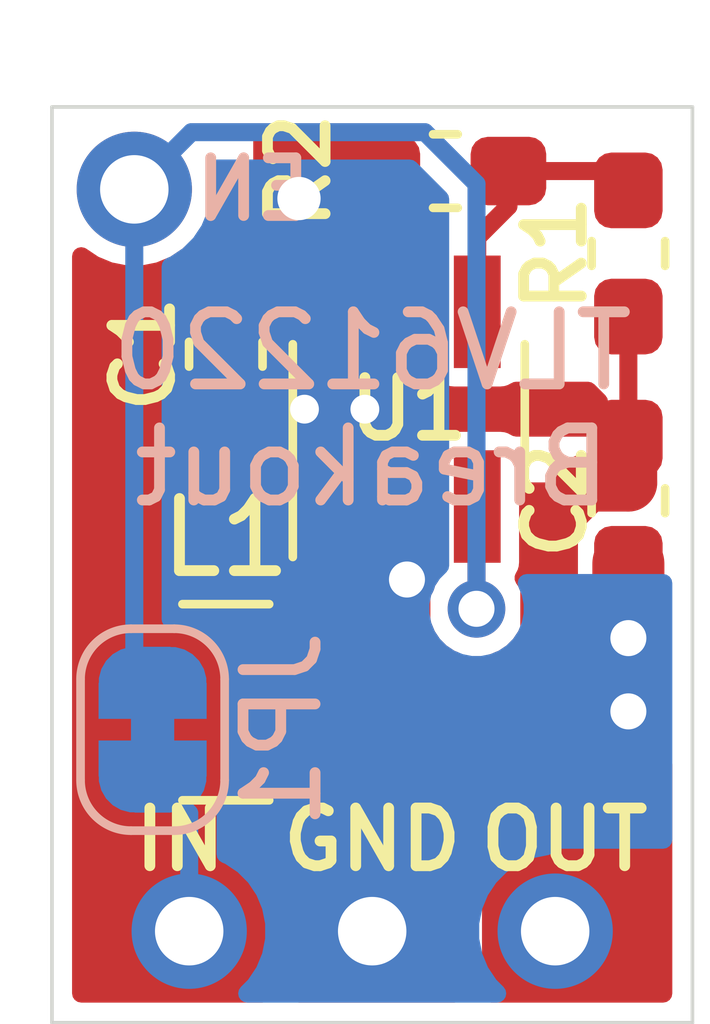
<source format=kicad_pcb>
(kicad_pcb (version 20171130) (host pcbnew "(5.1.5)-3")

  (general
    (thickness 1.6)
    (drawings 9)
    (tracks 55)
    (zones 0)
    (modules 9)
    (nets 7)
  )

  (page A4)
  (layers
    (0 F.Cu signal)
    (31 B.Cu signal)
    (32 B.Adhes user)
    (33 F.Adhes user)
    (34 B.Paste user)
    (35 F.Paste user)
    (36 B.SilkS user)
    (37 F.SilkS user)
    (38 B.Mask user)
    (39 F.Mask user)
    (40 Dwgs.User user)
    (41 Cmts.User user)
    (42 Eco1.User user)
    (43 Eco2.User user)
    (44 Edge.Cuts user)
    (45 Margin user)
    (46 B.CrtYd user)
    (47 F.CrtYd user)
    (48 B.Fab user)
    (49 F.Fab user)
  )

  (setup
    (last_trace_width 0.25)
    (trace_clearance 0.2)
    (zone_clearance 0.254)
    (zone_45_only no)
    (trace_min 0.2)
    (via_size 0.8)
    (via_drill 0.4)
    (via_min_size 0.4)
    (via_min_drill 0.3)
    (uvia_size 0.3)
    (uvia_drill 0.1)
    (uvias_allowed no)
    (uvia_min_size 0.2)
    (uvia_min_drill 0.1)
    (edge_width 0.05)
    (segment_width 0.2)
    (pcb_text_width 0.3)
    (pcb_text_size 1.5 1.5)
    (mod_edge_width 0.12)
    (mod_text_size 1 1)
    (mod_text_width 0.15)
    (pad_size 1.524 1.524)
    (pad_drill 0.762)
    (pad_to_mask_clearance 0.051)
    (solder_mask_min_width 0.25)
    (aux_axis_origin 134.62 109.22)
    (grid_origin 134.62 109.22)
    (visible_elements 7FFDF7FF)
    (pcbplotparams
      (layerselection 0x010fc_ffffffff)
      (usegerberextensions true)
      (usegerberattributes false)
      (usegerberadvancedattributes false)
      (creategerberjobfile false)
      (excludeedgelayer true)
      (linewidth 0.100000)
      (plotframeref false)
      (viasonmask false)
      (mode 1)
      (useauxorigin false)
      (hpglpennumber 1)
      (hpglpenspeed 20)
      (hpglpendiameter 15.000000)
      (psnegative false)
      (psa4output false)
      (plotreference true)
      (plotvalue true)
      (plotinvisibletext false)
      (padsonsilk false)
      (subtractmaskfromsilk true)
      (outputformat 1)
      (mirror false)
      (drillshape 0)
      (scaleselection 1)
      (outputdirectory "gerber/"))
  )

  (net 0 "")
  (net 1 GND)
  (net 2 VIN)
  (net 3 VOUT)
  (net 4 "Net-(L1-Pad2)")
  (net 5 "Net-(R1-Pad2)")
  (net 6 EN)

  (net_class Default "これはデフォルトのネット クラスです。"
    (clearance 0.2)
    (trace_width 0.25)
    (via_dia 0.8)
    (via_drill 0.4)
    (uvia_dia 0.3)
    (uvia_drill 0.1)
    (add_net EN)
    (add_net GND)
    (add_net "Net-(L1-Pad2)")
    (add_net "Net-(R1-Pad2)")
    (add_net VIN)
    (add_net VOUT)
  )

  (module Jumper:SolderJumper-2_P1.3mm_Bridged_RoundedPad1.0x1.5mm (layer B.Cu) (tedit 5C745284) (tstamp 5EB5600E)
    (at 136.017 105.156 90)
    (descr "SMD Solder Jumper, 1x1.5mm, rounded Pads, 0.3mm gap, bridged with 1 copper strip")
    (tags "solder jumper open")
    (path /5EB56E60)
    (attr virtual)
    (fp_text reference JP1 (at 0 1.8 90) (layer B.SilkS)
      (effects (font (size 1 1) (thickness 0.15)) (justify mirror))
    )
    (fp_text value SolderJumper_2_Bridged (at 0 -1.9 90) (layer B.Fab)
      (effects (font (size 1 1) (thickness 0.15)) (justify mirror))
    )
    (fp_poly (pts (xy 0.25 0.3) (xy -0.25 0.3) (xy -0.25 -0.3) (xy 0.25 -0.3)) (layer B.Cu) (width 0))
    (fp_line (start 1.65 -1.25) (end -1.65 -1.25) (layer B.CrtYd) (width 0.05))
    (fp_line (start 1.65 -1.25) (end 1.65 1.25) (layer B.CrtYd) (width 0.05))
    (fp_line (start -1.65 1.25) (end -1.65 -1.25) (layer B.CrtYd) (width 0.05))
    (fp_line (start -1.65 1.25) (end 1.65 1.25) (layer B.CrtYd) (width 0.05))
    (fp_line (start -0.7 1) (end 0.7 1) (layer B.SilkS) (width 0.12))
    (fp_line (start 1.4 0.3) (end 1.4 -0.3) (layer B.SilkS) (width 0.12))
    (fp_line (start 0.7 -1) (end -0.7 -1) (layer B.SilkS) (width 0.12))
    (fp_line (start -1.4 -0.3) (end -1.4 0.3) (layer B.SilkS) (width 0.12))
    (fp_arc (start -0.7 0.3) (end -0.7 1) (angle 90) (layer B.SilkS) (width 0.12))
    (fp_arc (start -0.7 -0.3) (end -1.4 -0.3) (angle 90) (layer B.SilkS) (width 0.12))
    (fp_arc (start 0.7 -0.3) (end 0.7 -1) (angle 90) (layer B.SilkS) (width 0.12))
    (fp_arc (start 0.7 0.3) (end 1.4 0.3) (angle 90) (layer B.SilkS) (width 0.12))
    (pad 1 smd custom (at -0.65 0 90) (size 1 0.5) (layers B.Cu B.Mask)
      (net 2 VIN) (zone_connect 2)
      (options (clearance outline) (anchor rect))
      (primitives
        (gr_circle (center 0 -0.25) (end 0.5 -0.25) (width 0))
        (gr_circle (center 0 0.25) (end 0.5 0.25) (width 0))
        (gr_poly (pts
           (xy 0 0.75) (xy 0.5 0.75) (xy 0.5 -0.75) (xy 0 -0.75)) (width 0))
      ))
    (pad 2 smd custom (at 0.65 0 90) (size 1 0.5) (layers B.Cu B.Mask)
      (net 6 EN) (zone_connect 2)
      (options (clearance outline) (anchor rect))
      (primitives
        (gr_circle (center 0 -0.25) (end 0.5 -0.25) (width 0))
        (gr_circle (center 0 0.25) (end 0.5 0.25) (width 0))
        (gr_poly (pts
           (xy 0 0.75) (xy -0.5 0.75) (xy -0.5 -0.75) (xy 0 -0.75)) (width 0))
      ))
  )

  (module footprints:Connector_2.54mm_03 (layer F.Cu) (tedit 5EB63FEA) (tstamp 5EB176A3)
    (at 136.525 107.95 90)
    (path /5EB195A8)
    (fp_text reference J1 (at 0 -1.778 90) (layer F.Fab)
      (effects (font (size 1 1) (thickness 0.15)))
    )
    (fp_text value Conn_01x03 (at 0 -3.302 90) (layer F.Fab) hide
      (effects (font (size 1 1) (thickness 0.15)))
    )
    (pad 3 thru_hole circle (at 0 5.08 90) (size 1.6 1.6) (drill 0.95) (layers *.Cu *.Mask)
      (net 3 VOUT))
    (pad 2 thru_hole circle (at 0 2.54 90) (size 1.6 1.6) (drill 0.95) (layers *.Cu *.Mask)
      (net 1 GND))
    (pad 1 thru_hole circle (at 0 0 90) (size 1.6 1.6) (drill 0.95) (layers *.Cu *.Mask)
      (net 2 VIN))
  )

  (module footprints:Connector_2.54mm_01 (layer F.Cu) (tedit 5EB63F94) (tstamp 5EB560B2)
    (at 135.763 97.663)
    (path /5EB624AF)
    (fp_text reference J2 (at 0 -1.778) (layer F.Fab)
      (effects (font (size 1 1) (thickness 0.15)))
    )
    (fp_text value Conn_01x01 (at 0 -3.302) (layer F.Fab) hide
      (effects (font (size 1 1) (thickness 0.15)))
    )
    (pad 1 thru_hole circle (at 0 0) (size 1.6 1.6) (drill 0.95) (layers *.Cu *.Mask)
      (net 6 EN))
  )

  (module Inductor_SMD:L_1210_3225Metric (layer F.Cu) (tedit 5B301BBE) (tstamp 5EB5674F)
    (at 137.033 104.775)
    (descr "Inductor SMD 1210 (3225 Metric), square (rectangular) end terminal, IPC_7351 nominal, (Body size source: http://www.tortai-tech.com/upload/download/2011102023233369053.pdf), generated with kicad-footprint-generator")
    (tags inductor)
    (path /5EB104B2)
    (attr smd)
    (fp_text reference L1 (at 0 -2.28) (layer F.SilkS)
      (effects (font (size 1 1) (thickness 0.15)))
    )
    (fp_text value 4.7uH (at 0 2.28) (layer F.Fab)
      (effects (font (size 1 1) (thickness 0.15)))
    )
    (fp_text user %R (at 0 0) (layer F.Fab)
      (effects (font (size 0.8 0.8) (thickness 0.12)))
    )
    (fp_line (start 2.28 1.58) (end -2.28 1.58) (layer F.CrtYd) (width 0.05))
    (fp_line (start 2.28 -1.58) (end 2.28 1.58) (layer F.CrtYd) (width 0.05))
    (fp_line (start -2.28 -1.58) (end 2.28 -1.58) (layer F.CrtYd) (width 0.05))
    (fp_line (start -2.28 1.58) (end -2.28 -1.58) (layer F.CrtYd) (width 0.05))
    (fp_line (start -0.602064 1.36) (end 0.602064 1.36) (layer F.SilkS) (width 0.12))
    (fp_line (start -0.602064 -1.36) (end 0.602064 -1.36) (layer F.SilkS) (width 0.12))
    (fp_line (start 1.6 1.25) (end -1.6 1.25) (layer F.Fab) (width 0.1))
    (fp_line (start 1.6 -1.25) (end 1.6 1.25) (layer F.Fab) (width 0.1))
    (fp_line (start -1.6 -1.25) (end 1.6 -1.25) (layer F.Fab) (width 0.1))
    (fp_line (start -1.6 1.25) (end -1.6 -1.25) (layer F.Fab) (width 0.1))
    (pad 2 smd roundrect (at 1.4 0) (size 1.25 2.65) (layers F.Cu F.Paste F.Mask) (roundrect_rratio 0.2)
      (net 4 "Net-(L1-Pad2)"))
    (pad 1 smd roundrect (at -1.4 0) (size 1.25 2.65) (layers F.Cu F.Paste F.Mask) (roundrect_rratio 0.2)
      (net 2 VIN))
    (model ${KISYS3DMOD}/Inductor_SMD.3dshapes/L_1210_3225Metric.wrl
      (at (xyz 0 0 0))
      (scale (xyz 1 1 1))
      (rotate (xyz 0 0 0))
    )
  )

  (module Package_TO_SOT_SMD:SOT-23-6_Handsoldering (layer F.Cu) (tedit 5A02FF57) (tstamp 5EB1FBE4)
    (at 139.573 100.711 90)
    (descr "6-pin SOT-23 package, Handsoldering")
    (tags "SOT-23-6 Handsoldering")
    (path /5EB1A6A3)
    (attr smd)
    (fp_text reference U1 (at 0 0 180) (layer F.SilkS)
      (effects (font (size 0.8 0.8) (thickness 0.15)))
    )
    (fp_text value TLV61220 (at 0 2.9 90) (layer F.Fab)
      (effects (font (size 1 1) (thickness 0.15)))
    )
    (fp_line (start 0.9 -1.55) (end 0.9 1.55) (layer F.Fab) (width 0.1))
    (fp_line (start 0.9 1.55) (end -0.9 1.55) (layer F.Fab) (width 0.1))
    (fp_line (start -0.9 -0.9) (end -0.9 1.55) (layer F.Fab) (width 0.1))
    (fp_line (start 0.9 -1.55) (end -0.25 -1.55) (layer F.Fab) (width 0.1))
    (fp_line (start -0.9 -0.9) (end -0.25 -1.55) (layer F.Fab) (width 0.1))
    (fp_line (start -2.4 -1.8) (end 2.4 -1.8) (layer F.CrtYd) (width 0.05))
    (fp_line (start 2.4 -1.8) (end 2.4 1.8) (layer F.CrtYd) (width 0.05))
    (fp_line (start 2.4 1.8) (end -2.4 1.8) (layer F.CrtYd) (width 0.05))
    (fp_line (start -2.4 1.8) (end -2.4 -1.8) (layer F.CrtYd) (width 0.05))
    (fp_line (start 0.9 -1.61) (end -2.05 -1.61) (layer F.SilkS) (width 0.12))
    (fp_line (start -0.9 1.61) (end 0.9 1.61) (layer F.SilkS) (width 0.12))
    (fp_text user %R (at 0 0) (layer F.Fab)
      (effects (font (size 0.5 0.5) (thickness 0.075)))
    )
    (pad 5 smd rect (at 1.35 0 90) (size 1.56 0.65) (layers F.Cu F.Paste F.Mask)
      (net 3 VOUT))
    (pad 6 smd rect (at 1.35 -0.95 90) (size 1.56 0.65) (layers F.Cu F.Paste F.Mask)
      (net 2 VIN))
    (pad 4 smd rect (at 1.35 0.95 90) (size 1.56 0.65) (layers F.Cu F.Paste F.Mask)
      (net 5 "Net-(R1-Pad2)"))
    (pad 3 smd rect (at -1.35 0.95 90) (size 1.56 0.65) (layers F.Cu F.Paste F.Mask)
      (net 6 EN))
    (pad 2 smd rect (at -1.35 0 90) (size 1.56 0.65) (layers F.Cu F.Paste F.Mask)
      (net 1 GND))
    (pad 1 smd rect (at -1.35 -0.95 90) (size 1.56 0.65) (layers F.Cu F.Paste F.Mask)
      (net 4 "Net-(L1-Pad2)"))
    (model ${KISYS3DMOD}/Package_TO_SOT_SMD.3dshapes/SOT-23-6.wrl
      (at (xyz 0 0 0))
      (scale (xyz 1 1 1))
      (rotate (xyz 0 0 0))
    )
  )

  (module Resistor_SMD:R_0603_1608Metric_Pad1.05x0.95mm_HandSolder (layer F.Cu) (tedit 5B301BBD) (tstamp 5EB2126D)
    (at 140.081 97.409 180)
    (descr "Resistor SMD 0603 (1608 Metric), square (rectangular) end terminal, IPC_7351 nominal with elongated pad for handsoldering. (Body size source: http://www.tortai-tech.com/upload/download/2011102023233369053.pdf), generated with kicad-footprint-generator")
    (tags "resistor handsolder")
    (path /5EB1160B)
    (attr smd)
    (fp_text reference R2 (at 2.032 0 270) (layer F.SilkS)
      (effects (font (size 0.8 0.8) (thickness 0.15)))
    )
    (fp_text value R (at 0 1.43) (layer F.Fab)
      (effects (font (size 1 1) (thickness 0.15)))
    )
    (fp_text user %R (at 0 0) (layer F.Fab)
      (effects (font (size 0.4 0.4) (thickness 0.06)))
    )
    (fp_line (start 1.65 0.73) (end -1.65 0.73) (layer F.CrtYd) (width 0.05))
    (fp_line (start 1.65 -0.73) (end 1.65 0.73) (layer F.CrtYd) (width 0.05))
    (fp_line (start -1.65 -0.73) (end 1.65 -0.73) (layer F.CrtYd) (width 0.05))
    (fp_line (start -1.65 0.73) (end -1.65 -0.73) (layer F.CrtYd) (width 0.05))
    (fp_line (start -0.171267 0.51) (end 0.171267 0.51) (layer F.SilkS) (width 0.12))
    (fp_line (start -0.171267 -0.51) (end 0.171267 -0.51) (layer F.SilkS) (width 0.12))
    (fp_line (start 0.8 0.4) (end -0.8 0.4) (layer F.Fab) (width 0.1))
    (fp_line (start 0.8 -0.4) (end 0.8 0.4) (layer F.Fab) (width 0.1))
    (fp_line (start -0.8 -0.4) (end 0.8 -0.4) (layer F.Fab) (width 0.1))
    (fp_line (start -0.8 0.4) (end -0.8 -0.4) (layer F.Fab) (width 0.1))
    (pad 2 smd roundrect (at 0.875 0 180) (size 1.05 0.95) (layers F.Cu F.Paste F.Mask) (roundrect_rratio 0.25)
      (net 1 GND))
    (pad 1 smd roundrect (at -0.875 0 180) (size 1.05 0.95) (layers F.Cu F.Paste F.Mask) (roundrect_rratio 0.25)
      (net 5 "Net-(R1-Pad2)"))
    (model ${KISYS3DMOD}/Resistor_SMD.3dshapes/R_0603_1608Metric.wrl
      (at (xyz 0 0 0))
      (scale (xyz 1 1 1))
      (rotate (xyz 0 0 0))
    )
  )

  (module Resistor_SMD:R_0603_1608Metric_Pad1.05x0.95mm_HandSolder (layer F.Cu) (tedit 5B301BBD) (tstamp 5EB1650C)
    (at 142.621 98.552 90)
    (descr "Resistor SMD 0603 (1608 Metric), square (rectangular) end terminal, IPC_7351 nominal with elongated pad for handsoldering. (Body size source: http://www.tortai-tech.com/upload/download/2011102023233369053.pdf), generated with kicad-footprint-generator")
    (tags "resistor handsolder")
    (path /5EB10D65)
    (attr smd)
    (fp_text reference R1 (at 0 -1.016 270) (layer F.SilkS)
      (effects (font (size 0.8 0.8) (thickness 0.15)))
    )
    (fp_text value 1M (at 0 1.43 90) (layer F.Fab)
      (effects (font (size 1 1) (thickness 0.15)))
    )
    (fp_line (start -0.8 0.4) (end -0.8 -0.4) (layer F.Fab) (width 0.1))
    (fp_line (start -0.8 -0.4) (end 0.8 -0.4) (layer F.Fab) (width 0.1))
    (fp_line (start 0.8 -0.4) (end 0.8 0.4) (layer F.Fab) (width 0.1))
    (fp_line (start 0.8 0.4) (end -0.8 0.4) (layer F.Fab) (width 0.1))
    (fp_line (start -0.171267 -0.51) (end 0.171267 -0.51) (layer F.SilkS) (width 0.12))
    (fp_line (start -0.171267 0.51) (end 0.171267 0.51) (layer F.SilkS) (width 0.12))
    (fp_line (start -1.65 0.73) (end -1.65 -0.73) (layer F.CrtYd) (width 0.05))
    (fp_line (start -1.65 -0.73) (end 1.65 -0.73) (layer F.CrtYd) (width 0.05))
    (fp_line (start 1.65 -0.73) (end 1.65 0.73) (layer F.CrtYd) (width 0.05))
    (fp_line (start 1.65 0.73) (end -1.65 0.73) (layer F.CrtYd) (width 0.05))
    (fp_text user %R (at 0 0 90) (layer F.Fab)
      (effects (font (size 0.4 0.4) (thickness 0.06)))
    )
    (pad 1 smd roundrect (at -0.875 0 90) (size 1.05 0.95) (layers F.Cu F.Paste F.Mask) (roundrect_rratio 0.25)
      (net 3 VOUT))
    (pad 2 smd roundrect (at 0.875 0 90) (size 1.05 0.95) (layers F.Cu F.Paste F.Mask) (roundrect_rratio 0.25)
      (net 5 "Net-(R1-Pad2)"))
    (model ${KISYS3DMOD}/Resistor_SMD.3dshapes/R_0603_1608Metric.wrl
      (at (xyz 0 0 0))
      (scale (xyz 1 1 1))
      (rotate (xyz 0 0 0))
    )
  )

  (module Capacitor_SMD:C_0603_1608Metric_Pad1.05x0.95mm_HandSolder (layer F.Cu) (tedit 5B301BBE) (tstamp 5EB169FD)
    (at 142.621 101.981 270)
    (descr "Capacitor SMD 0603 (1608 Metric), square (rectangular) end terminal, IPC_7351 nominal with elongated pad for handsoldering. (Body size source: http://www.tortai-tech.com/upload/download/2011102023233369053.pdf), generated with kicad-footprint-generator")
    (tags "capacitor handsolder")
    (path /5EB11C12)
    (attr smd)
    (fp_text reference C2 (at 0 1.016 90 unlocked) (layer F.SilkS)
      (effects (font (size 0.8 0.8) (thickness 0.15)))
    )
    (fp_text value 10uF (at 0 1.43 90) (layer F.Fab)
      (effects (font (size 1 1) (thickness 0.15)))
    )
    (fp_text user %R (at 0 0 90) (layer F.Fab)
      (effects (font (size 0.4 0.4) (thickness 0.06)))
    )
    (fp_line (start 1.65 0.73) (end -1.65 0.73) (layer F.CrtYd) (width 0.05))
    (fp_line (start 1.65 -0.73) (end 1.65 0.73) (layer F.CrtYd) (width 0.05))
    (fp_line (start -1.65 -0.73) (end 1.65 -0.73) (layer F.CrtYd) (width 0.05))
    (fp_line (start -1.65 0.73) (end -1.65 -0.73) (layer F.CrtYd) (width 0.05))
    (fp_line (start -0.171267 0.51) (end 0.171267 0.51) (layer F.SilkS) (width 0.12))
    (fp_line (start -0.171267 -0.51) (end 0.171267 -0.51) (layer F.SilkS) (width 0.12))
    (fp_line (start 0.8 0.4) (end -0.8 0.4) (layer F.Fab) (width 0.1))
    (fp_line (start 0.8 -0.4) (end 0.8 0.4) (layer F.Fab) (width 0.1))
    (fp_line (start -0.8 -0.4) (end 0.8 -0.4) (layer F.Fab) (width 0.1))
    (fp_line (start -0.8 0.4) (end -0.8 -0.4) (layer F.Fab) (width 0.1))
    (pad 2 smd roundrect (at 0.875 0 270) (size 1.05 0.95) (layers F.Cu F.Paste F.Mask) (roundrect_rratio 0.25)
      (net 1 GND))
    (pad 1 smd roundrect (at -0.875 0 270) (size 1.05 0.95) (layers F.Cu F.Paste F.Mask) (roundrect_rratio 0.25)
      (net 3 VOUT))
    (model ${KISYS3DMOD}/Capacitor_SMD.3dshapes/C_0603_1608Metric.wrl
      (at (xyz 0 0 0))
      (scale (xyz 1 1 1))
      (rotate (xyz 0 0 0))
    )
  )

  (module Capacitor_SMD:C_0603_1608Metric_Pad1.05x0.95mm_HandSolder (layer F.Cu) (tedit 5B301BBE) (tstamp 5EB218FD)
    (at 137.033 99.949 270)
    (descr "Capacitor SMD 0603 (1608 Metric), square (rectangular) end terminal, IPC_7351 nominal with elongated pad for handsoldering. (Body size source: http://www.tortai-tech.com/upload/download/2011102023233369053.pdf), generated with kicad-footprint-generator")
    (tags "capacitor handsolder")
    (path /5EB0FE64)
    (attr smd)
    (fp_text reference C1 (at 0 1.143 90) (layer F.SilkS)
      (effects (font (size 0.8 0.8) (thickness 0.15)))
    )
    (fp_text value 10uF (at 0 1.43 90) (layer F.Fab)
      (effects (font (size 1 1) (thickness 0.15)))
    )
    (fp_text user %R (at 0 0 90) (layer F.Fab)
      (effects (font (size 0.4 0.4) (thickness 0.06)))
    )
    (fp_line (start 1.65 0.73) (end -1.65 0.73) (layer F.CrtYd) (width 0.05))
    (fp_line (start 1.65 -0.73) (end 1.65 0.73) (layer F.CrtYd) (width 0.05))
    (fp_line (start -1.65 -0.73) (end 1.65 -0.73) (layer F.CrtYd) (width 0.05))
    (fp_line (start -1.65 0.73) (end -1.65 -0.73) (layer F.CrtYd) (width 0.05))
    (fp_line (start -0.171267 0.51) (end 0.171267 0.51) (layer F.SilkS) (width 0.12))
    (fp_line (start -0.171267 -0.51) (end 0.171267 -0.51) (layer F.SilkS) (width 0.12))
    (fp_line (start 0.8 0.4) (end -0.8 0.4) (layer F.Fab) (width 0.1))
    (fp_line (start 0.8 -0.4) (end 0.8 0.4) (layer F.Fab) (width 0.1))
    (fp_line (start -0.8 -0.4) (end 0.8 -0.4) (layer F.Fab) (width 0.1))
    (fp_line (start -0.8 0.4) (end -0.8 -0.4) (layer F.Fab) (width 0.1))
    (pad 2 smd roundrect (at 0.875 0 270) (size 1.05 0.95) (layers F.Cu F.Paste F.Mask) (roundrect_rratio 0.25)
      (net 1 GND))
    (pad 1 smd roundrect (at -0.875 0 270) (size 1.05 0.95) (layers F.Cu F.Paste F.Mask) (roundrect_rratio 0.25)
      (net 2 VIN))
    (model ${KISYS3DMOD}/Capacitor_SMD.3dshapes/C_0603_1608Metric.wrl
      (at (xyz 0 0 0))
      (scale (xyz 1 1 1))
      (rotate (xyz 0 0 0))
    )
  )

  (gr_text EN (at 137.414 97.663) (layer B.SilkS)
    (effects (font (size 0.8 0.8) (thickness 0.15)) (justify mirror))
  )
  (gr_text "TLV61220\nBreakout" (at 139.065 100.711) (layer B.SilkS) (tstamp 5EB569AC)
    (effects (font (size 1 1) (thickness 0.15)) (justify mirror))
  )
  (gr_line (start 134.62 109.22) (end 143.51 109.22) (layer Edge.Cuts) (width 0.05))
  (gr_text OUT (at 141.732 106.68) (layer F.SilkS) (tstamp 5EB2D4EC)
    (effects (font (size 0.8 0.8) (thickness 0.15)))
  )
  (gr_text GND (at 139.065 106.68) (layer F.SilkS)
    (effects (font (size 0.8 0.8) (thickness 0.15)))
  )
  (gr_text IN (at 136.398 106.68) (layer F.SilkS)
    (effects (font (size 0.8 0.8) (thickness 0.15)))
  )
  (gr_line (start 143.51 96.52) (end 143.51 109.22) (layer Edge.Cuts) (width 0.05) (tstamp 5EB20E19))
  (gr_line (start 134.62 96.52) (end 143.51 96.52) (layer Edge.Cuts) (width 0.05))
  (gr_line (start 134.62 109.22) (end 134.62 96.52) (layer Edge.Cuts) (width 0.05))

  (via (at 138.9634 100.711) (size 0.7) (drill 0.4) (layers F.Cu B.Cu) (net 1) (tstamp 5EB3F5B5))
  (via (at 138.1252 100.711) (size 0.7) (drill 0.4) (layers F.Cu B.Cu) (net 1) (tstamp 5EB6385B))
  (via (at 138.049 97.79) (size 1) (drill 0.6) (layers F.Cu B.Cu) (net 1) (tstamp 5EB2C939))
  (segment (start 139.256002 100.824) (end 137.033 100.824) (width 0.45) (layer F.Cu) (net 1) (status 20))
  (segment (start 139.573 102.061) (end 139.573 101.140998) (width 0.45) (layer F.Cu) (net 1) (status 10))
  (segment (start 139.573 101.140998) (end 139.256002 100.824) (width 0.45) (layer F.Cu) (net 1))
  (via (at 142.621 104.902) (size 1) (drill 0.5) (layers F.Cu B.Cu) (net 1))
  (via (at 142.621 103.886) (size 1) (drill 0.5) (layers F.Cu B.Cu) (net 1))
  (segment (start 139.573 106.239919) (end 139.573 102.061) (width 0.6) (layer F.Cu) (net 1) (status 20))
  (segment (start 139.065 106.747919) (end 139.573 106.239919) (width 0.6) (layer F.Cu) (net 1))
  (segment (start 139.065 107.95) (end 139.065 106.747919) (width 0.6) (layer F.Cu) (net 1) (status 10))
  (segment (start 142.621 102.856) (end 142.621 103.886) (width 1) (layer F.Cu) (net 1) (status 10))
  (segment (start 142.621 103.886) (end 142.621 104.902) (width 1) (layer F.Cu) (net 1))
  (via (at 139.5476 103.0732) (size 0.8) (drill 0.5) (layers F.Cu B.Cu) (net 1) (tstamp 5EB3FF04))
  (segment (start 137.033 99.074) (end 137.682 99.074) (width 1) (layer F.Cu) (net 2) (status 10))
  (segment (start 137.969 99.361) (end 138.256 99.361) (width 1) (layer F.Cu) (net 2))
  (segment (start 137.682 99.074) (end 137.969 99.361) (width 1) (layer F.Cu) (net 2))
  (segment (start 135.633 107.058) (end 136.525 107.95) (width 1) (layer F.Cu) (net 2) (status 20))
  (segment (start 135.633 104.775) (end 135.633 107.058) (width 1) (layer F.Cu) (net 2) (status 10))
  (segment (start 136.558 99.074) (end 137.033 99.074) (width 1) (layer F.Cu) (net 2) (status 30))
  (segment (start 135.633 99.999) (end 136.558 99.074) (width 1) (layer F.Cu) (net 2) (status 20))
  (segment (start 135.633 104.775) (end 135.633 99.999) (width 1) (layer F.Cu) (net 2) (status 10))
  (segment (start 136.525 107.4674) (end 136.525 107.95) (width 0.25) (layer B.Cu) (net 2) (status 30))
  (segment (start 136.525 106.314) (end 136.017 105.806) (width 0.25) (layer B.Cu) (net 2) (status 20))
  (segment (start 136.525 107.95) (end 136.525 106.314) (width 0.25) (layer B.Cu) (net 2) (status 10))
  (segment (start 142.621 99.427) (end 142.621 101.106) (width 0.25) (layer F.Cu) (net 3) (status 30))
  (segment (start 139.573 100.221746) (end 139.573 99.361) (width 0.45) (layer F.Cu) (net 3) (status 20))
  (segment (start 140.081 100.711) (end 139.573 100.221746) (width 0.45) (layer F.Cu) (net 3))
  (segment (start 142.621 101.106) (end 142.381 101.106) (width 0.45) (layer F.Cu) (net 3) (status 30))
  (segment (start 142.381 101.106) (end 141.986 100.711) (width 0.45) (layer F.Cu) (net 3) (status 10))
  (segment (start 141.605 106.112919) (end 141.571041 106.078959) (width 0.8) (layer F.Cu) (net 3))
  (segment (start 141.605 107.315) (end 141.605 106.112919) (width 0.8) (layer F.Cu) (net 3) (status 10))
  (segment (start 142.621 101.73099) (end 142.621 101.106) (width 0.8) (layer F.Cu) (net 3) (status 20))
  (segment (start 142.03659 101.73099) (end 142.621 101.73099) (width 0.8) (layer F.Cu) (net 3))
  (segment (start 141.986 100.711) (end 140.081 100.711) (width 0.45) (layer F.Cu) (net 3))
  (segment (start 141.520999 102.246581) (end 142.03659 101.73099) (width 0.8) (layer F.Cu) (net 3))
  (segment (start 141.520999 106.028918) (end 141.520999 102.246581) (width 0.8) (layer F.Cu) (net 3))
  (segment (start 141.571041 106.078959) (end 141.520999 106.028918) (width 0.8) (layer F.Cu) (net 3) (tstamp 5EB3FCFD))
  (segment (start 138.623 104.585) (end 138.433 104.775) (width 0.6) (layer F.Cu) (net 4) (status 30))
  (segment (start 138.623 102.061) (end 138.623 104.585) (width 0.6) (layer F.Cu) (net 4) (status 30))
  (segment (start 140.956 97.898) (end 140.956 97.409) (width 0.25) (layer F.Cu) (net 5) (status 20))
  (segment (start 140.523 99.361) (end 140.523 98.331) (width 0.25) (layer F.Cu) (net 5) (status 10))
  (segment (start 140.523 98.331) (end 140.956 97.898) (width 0.25) (layer F.Cu) (net 5))
  (segment (start 142.353 97.409) (end 142.621 97.677) (width 0.25) (layer F.Cu) (net 5) (status 30))
  (segment (start 140.956 97.409) (end 142.353 97.409) (width 0.25) (layer F.Cu) (net 5) (status 30))
  (via (at 140.5128 103.4796) (size 0.8) (drill 0.5) (layers F.Cu B.Cu) (net 6))
  (segment (start 140.5128 103.4796) (end 140.523 103.4948) (width 0.25) (layer F.Cu) (net 6))
  (segment (start 140.5128 102.0712) (end 140.523 102.061) (width 0.25) (layer F.Cu) (net 6) (status 30))
  (segment (start 140.5128 103.4796) (end 140.5128 102.0712) (width 0.25) (layer F.Cu) (net 6) (status 20))
  (segment (start 135.763 104.252) (end 136.017 104.506) (width 0.25) (layer B.Cu) (net 6) (status 30))
  (segment (start 135.763 97.663) (end 135.763 104.252) (width 0.25) (layer B.Cu) (net 6) (status 30))
  (segment (start 139.79601 96.87001) (end 136.55599 96.87001) (width 0.25) (layer B.Cu) (net 6))
  (segment (start 136.55599 96.87001) (end 135.763 97.663) (width 0.25) (layer B.Cu) (net 6) (status 20))
  (segment (start 140.5128 103.4796) (end 140.5128 97.5868) (width 0.25) (layer B.Cu) (net 6))
  (segment (start 140.5128 97.5868) (end 139.79601 96.87001) (width 0.25) (layer B.Cu) (net 6))

  (zone (net 1) (net_name GND) (layer F.Cu) (tstamp 5EC8ECF5) (hatch edge 0.508)
    (connect_pads yes (clearance 0.254))
    (min_thickness 0.254)
    (fill yes (arc_segments 32) (thermal_gap 0.508) (thermal_bridge_width 0.508))
    (polygon
      (pts
        (xy 140.335 109.093) (xy 137.922 109.093) (xy 137.922 102.616) (xy 140.335 102.616)
      )
    )
    (filled_polygon
      (pts
        (xy 139.815157 102.841) (xy 139.822513 102.915689) (xy 139.844299 102.987508) (xy 139.870079 103.035738) (xy 139.820687 103.109658)
        (xy 139.761813 103.251791) (xy 139.7318 103.402678) (xy 139.7318 103.556522) (xy 139.761813 103.707409) (xy 139.820687 103.849542)
        (xy 139.906158 103.977459) (xy 140.014941 104.086242) (xy 140.142858 104.171713) (xy 140.208 104.198696) (xy 140.208 108.814)
        (xy 138.049 108.814) (xy 138.049 106.481957) (xy 138.058 106.482843) (xy 138.808 106.482843) (xy 138.931462 106.470683)
        (xy 139.050179 106.434671) (xy 139.159589 106.37619) (xy 139.255488 106.297488) (xy 139.33419 106.201589) (xy 139.392671 106.092179)
        (xy 139.428683 105.973462) (xy 139.440843 105.85) (xy 139.440843 103.7) (xy 139.428683 103.576538) (xy 139.392671 103.457821)
        (xy 139.33419 103.348411) (xy 139.304 103.311624) (xy 139.304 102.979929) (xy 139.323487 102.915689) (xy 139.330843 102.841)
        (xy 139.330843 102.743) (xy 139.815157 102.743)
      )
    )
  )
  (zone (net 2) (net_name VIN) (layer F.Cu) (tstamp 5EC8ECF2) (hatch edge 0.508)
    (connect_pads yes (clearance 0.254))
    (min_thickness 0.254)
    (fill yes (arc_segments 32) (thermal_gap 0.508) (thermal_bridge_width 0.508))
    (polygon
      (pts
        (xy 136.779 98.425) (xy 136.779 101.6) (xy 137.668 101.6) (xy 137.668 109.093) (xy 134.747 109.093)
        (xy 134.747 98.425)
      )
    )
    (filled_polygon
      (pts
        (xy 136.652 99.934895) (xy 136.558105 99.963378) (xy 136.450856 100.020704) (xy 136.356851 100.097851) (xy 136.279704 100.191856)
        (xy 136.222378 100.299105) (xy 136.187077 100.415477) (xy 136.175157 100.5365) (xy 136.175157 101.1115) (xy 136.187077 101.232523)
        (xy 136.222378 101.348895) (xy 136.279704 101.456144) (xy 136.356851 101.550149) (xy 136.450856 101.627296) (xy 136.558105 101.684622)
        (xy 136.674477 101.719923) (xy 136.7955 101.731843) (xy 137.2705 101.731843) (xy 137.319671 101.727) (xy 137.541 101.727)
        (xy 137.541 103.337213) (xy 137.53181 103.348411) (xy 137.473329 103.457821) (xy 137.437317 103.576538) (xy 137.425157 103.7)
        (xy 137.425157 105.85) (xy 137.437317 105.973462) (xy 137.473329 106.092179) (xy 137.53181 106.201589) (xy 137.541 106.212787)
        (xy 137.541 108.814) (xy 135.026 108.814) (xy 135.026 98.590928) (xy 135.203587 98.709588) (xy 135.418515 98.798614)
        (xy 135.646682 98.844) (xy 135.879318 98.844) (xy 136.107485 98.798614) (xy 136.322413 98.709588) (xy 136.515843 98.580342)
        (xy 136.544185 98.552) (xy 136.652 98.552)
      )
    )
  )
  (zone (net 1) (net_name GND) (layer B.Cu) (tstamp 5EC8ECEF) (hatch edge 0.508)
    (connect_pads yes (clearance 0.254))
    (min_thickness 0.254)
    (fill yes (arc_segments 32) (thermal_gap 0.508) (thermal_bridge_width 0.508))
    (polygon
      (pts
        (xy 143.383 109.093) (xy 134.747 109.093) (xy 134.747 96.647) (xy 143.383 96.647)
      )
    )
    (filled_polygon
      (pts
        (xy 140.006801 97.796393) (xy 140.0068 102.881099) (xy 139.906158 102.981741) (xy 139.820687 103.109658) (xy 139.761813 103.251791)
        (xy 139.7318 103.402678) (xy 139.7318 103.556522) (xy 139.761813 103.707409) (xy 139.820687 103.849542) (xy 139.906158 103.977459)
        (xy 140.014941 104.086242) (xy 140.142858 104.171713) (xy 140.284991 104.230587) (xy 140.435878 104.2606) (xy 140.589722 104.2606)
        (xy 140.740609 104.230587) (xy 140.882742 104.171713) (xy 141.010659 104.086242) (xy 141.119442 103.977459) (xy 141.204913 103.849542)
        (xy 141.263787 103.707409) (xy 141.2938 103.556522) (xy 141.2938 103.402678) (xy 141.263787 103.251791) (xy 141.210854 103.124)
        (xy 143.104001 103.124) (xy 143.104001 106.68) (xy 141.605 106.68) (xy 141.580224 106.68244) (xy 141.556399 106.689667)
        (xy 141.534443 106.701403) (xy 141.515197 106.717197) (xy 141.499403 106.736443) (xy 141.487667 106.758399) (xy 141.48418 106.769896)
        (xy 141.260515 106.814386) (xy 141.045587 106.903412) (xy 140.852157 107.032658) (xy 140.687658 107.197157) (xy 140.558412 107.390587)
        (xy 140.469386 107.605515) (xy 140.424 107.833682) (xy 140.424 108.066318) (xy 140.469386 108.294485) (xy 140.558412 108.509413)
        (xy 140.687658 108.702843) (xy 140.798815 108.814) (xy 137.331185 108.814) (xy 137.442342 108.702843) (xy 137.571588 108.509413)
        (xy 137.660614 108.294485) (xy 137.706 108.066318) (xy 137.706 107.833682) (xy 137.660614 107.605515) (xy 137.571588 107.390587)
        (xy 137.442342 107.197157) (xy 137.277843 107.032658) (xy 137.084413 106.903412) (xy 137.031 106.881288) (xy 137.031 106.338845)
        (xy 137.033447 106.313999) (xy 137.031 106.289153) (xy 137.031 106.289146) (xy 137.027376 106.25235) (xy 137.061663 106.188204)
        (xy 137.099172 106.097648) (xy 137.120957 106.025831) (xy 137.140079 105.929698) (xy 137.147435 105.855009) (xy 137.147435 105.83045)
        (xy 137.149843 105.806) (xy 137.149843 105.306) (xy 137.142487 105.231311) (xy 137.120701 105.159492) (xy 137.118834 105.156)
        (xy 137.120701 105.152508) (xy 137.142487 105.080689) (xy 137.149843 105.006) (xy 137.149843 104.506) (xy 137.147435 104.48155)
        (xy 137.147435 104.456991) (xy 137.140079 104.382302) (xy 137.120957 104.286169) (xy 137.099172 104.214352) (xy 137.061663 104.123796)
        (xy 137.026283 104.057606) (xy 136.971827 103.976107) (xy 136.924216 103.918092) (xy 136.854908 103.848784) (xy 136.796893 103.801173)
        (xy 136.715394 103.746717) (xy 136.649204 103.711337) (xy 136.558648 103.673828) (xy 136.486831 103.652043) (xy 136.390698 103.632921)
        (xy 136.316009 103.625565) (xy 136.29145 103.625565) (xy 136.269 103.623354) (xy 136.269 98.731712) (xy 136.322413 98.709588)
        (xy 136.515843 98.580342) (xy 136.680342 98.415843) (xy 136.809588 98.222413) (xy 136.898614 98.007485) (xy 136.944 97.779318)
        (xy 136.944 97.546682) (xy 136.910051 97.37601) (xy 139.586419 97.37601)
      )
    )
  )
  (zone (net 3) (net_name VOUT) (layer F.Cu) (tstamp 5EC8ECEC) (hatch edge 0.508)
    (connect_pads yes (clearance 0.254))
    (min_thickness 0.254)
    (fill yes (arc_segments 32) (thermal_gap 0.508) (thermal_bridge_width 0.508))
    (polygon
      (pts
        (xy 142.367 100.584) (xy 142.113 101.092) (xy 140.208 101.092) (xy 139.446 100.33) (xy 142.113 100.33)
      )
    )
    (filled_polygon
      (pts
        (xy 139.985304 100.459322) (xy 140.051492 100.494701) (xy 140.123311 100.516487) (xy 140.198 100.523843) (xy 140.848 100.523843)
        (xy 140.922689 100.516487) (xy 140.994508 100.494701) (xy 141.060696 100.459322) (xy 141.063525 100.457) (xy 142.060394 100.457)
        (xy 142.212471 100.609077) (xy 142.03451 100.965) (xy 141.063525 100.965) (xy 141.060696 100.962678) (xy 140.994508 100.927299)
        (xy 140.922689 100.905513) (xy 140.848 100.898157) (xy 140.198 100.898157) (xy 140.194143 100.898537) (xy 139.752606 100.457)
        (xy 139.982475 100.457)
      )
    )
  )
  (zone (net 1) (net_name GND) (layer F.Cu) (tstamp 5EC8ECE9) (hatch edge 0.508)
    (connect_pads yes (clearance 0.254))
    (min_thickness 0.254)
    (fill yes (arc_segments 32) (thermal_gap 0.508) (thermal_bridge_width 0.508))
    (polygon
      (pts
        (xy 139.827 101.092) (xy 137.414 101.092) (xy 137.414 100.33) (xy 139.065 100.33)
      )
    )
    (filled_polygon
      (pts
        (xy 138.085304 100.459322) (xy 138.151492 100.494701) (xy 138.223311 100.516487) (xy 138.298 100.523843) (xy 138.948 100.523843)
        (xy 139.022689 100.516487) (xy 139.040488 100.511088) (xy 139.041248 100.512447) (xy 139.066692 100.560049) (xy 139.070333 100.564486)
        (xy 139.073139 100.569506) (xy 139.108183 100.610607) (xy 139.14242 100.652326) (xy 139.169955 100.674923) (xy 139.471146 100.965)
        (xy 139.163525 100.965) (xy 139.160696 100.962678) (xy 139.094508 100.927299) (xy 139.022689 100.905513) (xy 138.948 100.898157)
        (xy 138.298 100.898157) (xy 138.223311 100.905513) (xy 138.151492 100.927299) (xy 138.085304 100.962678) (xy 138.082475 100.965)
        (xy 137.541 100.965) (xy 137.541 100.457) (xy 138.082475 100.457)
      )
    )
  )
  (zone (net 0) (net_name "") (layer B.Cu) (tstamp 0) (hatch edge 0.508)
    (connect_pads yes (clearance 0.254))
    (min_thickness 0.254)
    (keepout (tracks allowed) (vias allowed) (copperpour not_allowed))
    (fill (arc_segments 32) (thermal_gap 0.508) (thermal_bridge_width 0.508))
    (polygon
      (pts
        (xy 143.764 108.585) (xy 141.605 108.585) (xy 141.605 106.807) (xy 143.764 106.807)
      )
    )
  )
  (zone (net 1) (net_name GND) (layer F.Cu) (tstamp 5EC8ECE6) (hatch edge 0.508)
    (connect_pads yes (clearance 0.254))
    (min_thickness 0.254)
    (fill yes (arc_segments 32) (thermal_gap 0.508) (thermal_bridge_width 0.508))
    (polygon
      (pts
        (xy 139.319 98.425) (xy 137.414 98.425) (xy 137.414 96.774) (xy 139.319 96.774)
      )
    )
    (filled_polygon
      (pts
        (xy 139.192 98.203672) (xy 139.173311 98.205513) (xy 139.101492 98.227299) (xy 139.098 98.229166) (xy 139.094508 98.227299)
        (xy 139.022689 98.205513) (xy 138.948 98.198157) (xy 138.298 98.198157) (xy 138.223311 98.205513) (xy 138.151492 98.227299)
        (xy 138.085304 98.262678) (xy 138.064688 98.279597) (xy 138.020775 98.256125) (xy 137.854706 98.205748) (xy 137.725273 98.193)
        (xy 137.72527 98.193) (xy 137.682 98.188738) (xy 137.63873 98.193) (xy 137.541 98.193) (xy 137.541 96.926)
        (xy 139.192 96.926)
      )
    )
  )
  (zone (net 3) (net_name VOUT) (layer F.Cu) (tstamp 5EC8ECE3) (hatch edge 0.508)
    (connect_pads yes (clearance 0.254))
    (min_thickness 0.254)
    (fill yes (arc_segments 32) (thermal_gap 0.508) (thermal_bridge_width 0.508))
    (polygon
      (pts
        (xy 143.383 102.235) (xy 143.383 109.093) (xy 140.589 109.093) (xy 140.589 101.727) (xy 142.875 101.727)
        (xy 142.875 102.235)
      )
    )
    (filled_polygon
      (pts
        (xy 142.748 101.948157) (xy 142.3835 101.948157) (xy 142.262477 101.960077) (xy 142.146105 101.995378) (xy 142.038856 102.052704)
        (xy 141.944851 102.129851) (xy 141.867704 102.223856) (xy 141.810378 102.331105) (xy 141.775077 102.447477) (xy 141.763157 102.5685)
        (xy 141.763157 102.648981) (xy 141.752748 102.683295) (xy 141.74 102.812728) (xy 141.740001 103.799225) (xy 141.74 103.799229)
        (xy 141.74 103.842728) (xy 141.740001 104.815225) (xy 141.74 104.815229) (xy 141.74 104.988771) (xy 141.748488 105.031444)
        (xy 141.752749 105.074706) (xy 141.765368 105.116303) (xy 141.773856 105.158978) (xy 141.790508 105.199179) (xy 141.803126 105.240775)
        (xy 141.823617 105.27911) (xy 141.840268 105.31931) (xy 141.864443 105.35549) (xy 141.884933 105.393825) (xy 141.912507 105.427425)
        (xy 141.936682 105.463605) (xy 141.967449 105.494372) (xy 141.995026 105.527975) (xy 142.028629 105.555552) (xy 142.059395 105.586318)
        (xy 142.095574 105.610492) (xy 142.129176 105.638068) (xy 142.167513 105.65856) (xy 142.20369 105.682732) (xy 142.243886 105.699382)
        (xy 142.282226 105.719875) (xy 142.323827 105.732495) (xy 142.364022 105.749144) (xy 142.40669 105.757631) (xy 142.448295 105.770252)
        (xy 142.491566 105.774514) (xy 142.534229 105.783) (xy 142.577727 105.783) (xy 142.621 105.787262) (xy 142.664273 105.783)
        (xy 142.707771 105.783) (xy 142.750434 105.774514) (xy 142.793706 105.770252) (xy 142.835313 105.757631) (xy 142.877978 105.749144)
        (xy 142.91817 105.732496) (xy 142.959775 105.719875) (xy 142.998119 105.69938) (xy 143.03831 105.682732) (xy 143.074483 105.658562)
        (xy 143.104001 105.642785) (xy 143.104001 108.814) (xy 140.716 108.814) (xy 140.716 104.235482) (xy 140.740609 104.230587)
        (xy 140.882742 104.171713) (xy 141.010659 104.086242) (xy 141.119442 103.977459) (xy 141.204913 103.849542) (xy 141.263787 103.707409)
        (xy 141.2938 103.556522) (xy 141.2938 103.402678) (xy 141.263787 103.251791) (xy 141.204913 103.109658) (xy 141.166855 103.052699)
        (xy 141.201701 102.987508) (xy 141.223487 102.915689) (xy 141.230843 102.841) (xy 141.230843 101.854) (xy 142.748 101.854)
      )
    )
  )
  (zone (net 0) (net_name "") (layer B.Cu) (tstamp 0) (hatch edge 0.508)
    (connect_pads yes (clearance 0.254))
    (min_thickness 0.254)
    (keepout (tracks allowed) (vias allowed) (copperpour not_allowed))
    (fill (arc_segments 32) (thermal_gap 0.508) (thermal_bridge_width 0.508))
    (polygon
      (pts
        (xy 143.764 102.997) (xy 140.843 102.997) (xy 140.843 102.743) (xy 143.764 102.743)
      )
    )
  )
)

</source>
